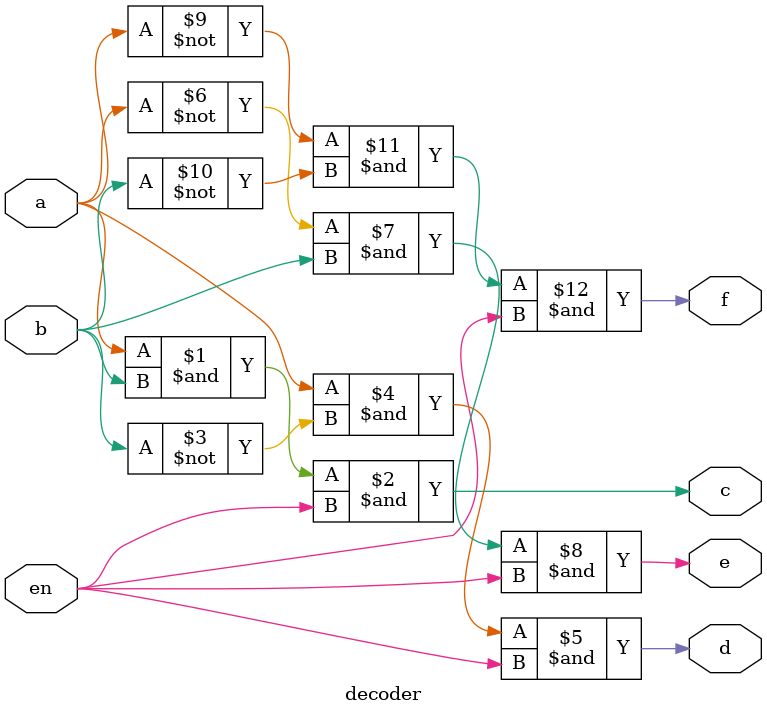
<source format=sv>
`timescale 1ns / 1ps


module decoder(
        input logic a,b,en,
        output logic c,d,e,f
    );
    assign c = a&b&en;
    assign d = a&~b&en;
    assign e = ~a&b&en;
    assign f = ~a&~b&en;
endmodule

</source>
